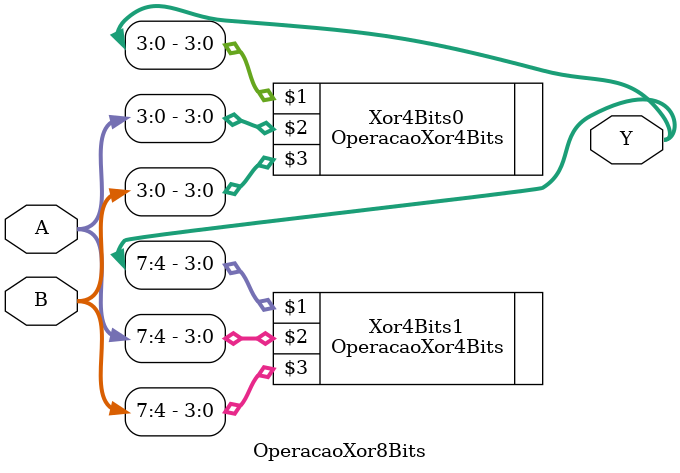
<source format=v>
module OperacaoXor8Bits(
    input [7:0] A,    // Entrada A de 8 bits
    input [7:0] B,    // Entrada B de 8 bits
    output [7:0] Y    // Saída Y de 8 bits
);
    // Instanciando dois módulos de OperacaoXor4Bits
    OperacaoXor4Bits Xor4Bits0(Y[3:0], A[3:0], B[3:0]);   // Operação XOR para os 4 bits inferiores
    OperacaoXor4Bits Xor4Bits1(Y[7:4], A[7:4], B[7:4]);   // Operação XOR para os 4 bits superiores
endmodule

</source>
